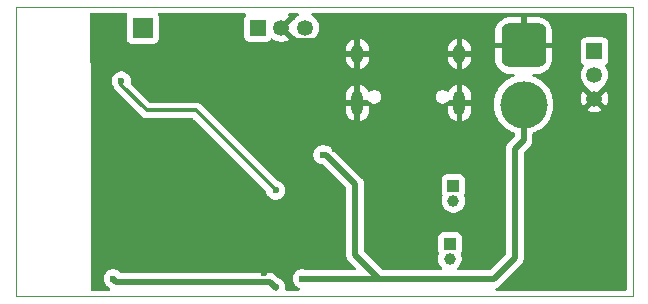
<source format=gbl>
G04 #@! TF.GenerationSoftware,KiCad,Pcbnew,9.0.3*
G04 #@! TF.CreationDate,2025-08-05T23:08:30-05:00*
G04 #@! TF.ProjectId,Battle_Bot_Mind,42617474-6c65-45f4-926f-745f4d696e64,rev?*
G04 #@! TF.SameCoordinates,Original*
G04 #@! TF.FileFunction,Copper,L2,Bot*
G04 #@! TF.FilePolarity,Positive*
%FSLAX46Y46*%
G04 Gerber Fmt 4.6, Leading zero omitted, Abs format (unit mm)*
G04 Created by KiCad (PCBNEW 9.0.3) date 2025-08-05 23:08:30*
%MOMM*%
%LPD*%
G01*
G04 APERTURE LIST*
G04 Aperture macros list*
%AMRoundRect*
0 Rectangle with rounded corners*
0 $1 Rounding radius*
0 $2 $3 $4 $5 $6 $7 $8 $9 X,Y pos of 4 corners*
0 Add a 4 corners polygon primitive as box body*
4,1,4,$2,$3,$4,$5,$6,$7,$8,$9,$2,$3,0*
0 Add four circle primitives for the rounded corners*
1,1,$1+$1,$2,$3*
1,1,$1+$1,$4,$5*
1,1,$1+$1,$6,$7*
1,1,$1+$1,$8,$9*
0 Add four rect primitives between the rounded corners*
20,1,$1+$1,$2,$3,$4,$5,0*
20,1,$1+$1,$4,$5,$6,$7,0*
20,1,$1+$1,$6,$7,$8,$9,0*
20,1,$1+$1,$8,$9,$2,$3,0*%
G04 Aperture macros list end*
G04 #@! TA.AperFunction,ComponentPad*
%ADD10RoundRect,0.760000X-1.140000X1.140000X-1.140000X-1.140000X1.140000X-1.140000X1.140000X1.140000X0*%
G04 #@! TD*
G04 #@! TA.AperFunction,ComponentPad*
%ADD11C,4.000000*%
G04 #@! TD*
G04 #@! TA.AperFunction,HeatsinkPad*
%ADD12C,0.600000*%
G04 #@! TD*
G04 #@! TA.AperFunction,ComponentPad*
%ADD13R,1.700000X1.700000*%
G04 #@! TD*
G04 #@! TA.AperFunction,ComponentPad*
%ADD14R,1.350000X1.350000*%
G04 #@! TD*
G04 #@! TA.AperFunction,ComponentPad*
%ADD15C,1.350000*%
G04 #@! TD*
G04 #@! TA.AperFunction,ComponentPad*
%ADD16R,1.000000X1.000000*%
G04 #@! TD*
G04 #@! TA.AperFunction,ComponentPad*
%ADD17C,1.000000*%
G04 #@! TD*
G04 #@! TA.AperFunction,HeatsinkPad*
%ADD18O,1.000000X2.100000*%
G04 #@! TD*
G04 #@! TA.AperFunction,HeatsinkPad*
%ADD19O,1.000000X1.600000*%
G04 #@! TD*
G04 #@! TA.AperFunction,ViaPad*
%ADD20C,0.600000*%
G04 #@! TD*
G04 #@! TA.AperFunction,Conductor*
%ADD21C,0.500000*%
G04 #@! TD*
G04 #@! TA.AperFunction,Conductor*
%ADD22C,0.300000*%
G04 #@! TD*
G04 #@! TA.AperFunction,Profile*
%ADD23C,0.050000*%
G04 #@! TD*
G04 APERTURE END LIST*
D10*
G04 #@! TO.P,J2,1,Pin_1*
G04 #@! TO.N,GND*
X142750000Y-73750000D03*
D11*
G04 #@! TO.P,J2,2,Pin_2*
G04 #@! TO.N,+BATT*
X142750000Y-78750000D03*
G04 #@! TD*
D12*
G04 #@! TO.P,U1,19,GND*
G04 #@! TO.N,GND*
X112850000Y-84390000D03*
X113950000Y-84390000D03*
X112300000Y-83840000D03*
X113400000Y-83840000D03*
X114500000Y-83840000D03*
X112850000Y-83290000D03*
X113950000Y-83290000D03*
X112300000Y-82740000D03*
X113400000Y-82740000D03*
X114500000Y-82740000D03*
X112850000Y-82190000D03*
X113950000Y-82190000D03*
G04 #@! TD*
D13*
G04 #@! TO.P,J4,1,Pin_1*
G04 #@! TO.N,/BOOT*
X110500000Y-72250000D03*
G04 #@! TD*
D14*
G04 #@! TO.P,DBG1,1,Pin_1*
G04 #@! TO.N,Net-(DBG1-Pin_1)*
X120250000Y-72250000D03*
D15*
G04 #@! TO.P,DBG1,2,Pin_2*
G04 #@! TO.N,GND*
X122250000Y-72250000D03*
G04 #@! TO.P,DBG1,3,Pin_3*
G04 #@! TO.N,Net-(DBG1-Pin_3)*
X124250000Y-72250000D03*
G04 #@! TD*
D16*
G04 #@! TO.P,M2,1,Pin_1*
G04 #@! TO.N,Net-(M2-Pin_1)*
X136500000Y-90550000D03*
D17*
G04 #@! TO.P,M2,2,Pin_2*
G04 #@! TO.N,Net-(M2-Pin_2)*
X136500000Y-91820000D03*
G04 #@! TD*
D18*
G04 #@! TO.P,J1,S1,SHIELD*
G04 #@! TO.N,GND*
X137320000Y-78630000D03*
D19*
X137320000Y-74450000D03*
D18*
X128680000Y-78630000D03*
D19*
X128680000Y-74450000D03*
G04 #@! TD*
D16*
G04 #@! TO.P,M1,1,Pin_1*
G04 #@! TO.N,Net-(M1-Pin_1)*
X136800000Y-85625000D03*
D17*
G04 #@! TO.P,M1,2,Pin_2*
G04 #@! TO.N,Net-(M1-Pin_2)*
X136800000Y-86895000D03*
G04 #@! TD*
D14*
G04 #@! TO.P,J3,1,Pin_1*
G04 #@! TO.N,/ESC_PWM*
X148750000Y-74250000D03*
D15*
G04 #@! TO.P,J3,2,Pin_2*
G04 #@! TO.N,+BATT*
X148750000Y-76250000D03*
G04 #@! TO.P,J3,3,Pin_3*
G04 #@! TO.N,GND*
X148750000Y-78250000D03*
G04 #@! TD*
D20*
G04 #@! TO.N,GND*
X116000000Y-73470000D03*
X129750000Y-80750000D03*
X148750000Y-80250000D03*
X120750000Y-93000000D03*
X136250000Y-80750000D03*
X147250000Y-84250000D03*
X132000000Y-82750000D03*
X134415380Y-81834620D03*
X132750000Y-86750000D03*
X132750000Y-89750000D03*
X145000000Y-93250000D03*
X112500000Y-72750000D03*
X126250000Y-72750000D03*
X149000000Y-93750000D03*
X126750000Y-82500000D03*
G04 #@! TO.N,+3V3*
X121750000Y-94200000D03*
X108000000Y-93500000D03*
G04 #@! TO.N,+BATT*
X125750000Y-83000000D03*
X124000000Y-93499000D03*
G04 #@! TO.N,/PWM_B*
X121750000Y-86000000D03*
X108700000Y-76750000D03*
G04 #@! TD*
D21*
G04 #@! TO.N,GND*
X125624000Y-73376000D02*
X126250000Y-72750000D01*
X122250000Y-72250000D02*
X123376000Y-73376000D01*
X123376000Y-73376000D02*
X125624000Y-73376000D01*
G04 #@! TO.N,+3V3*
X108250000Y-93750000D02*
X108000000Y-93500000D01*
X121749000Y-94249000D02*
X121250000Y-93750000D01*
X121250000Y-93750000D02*
X108250000Y-93750000D01*
G04 #@! TO.N,+BATT*
X128500000Y-85500000D02*
X128500000Y-91500000D01*
X142000000Y-82500000D02*
X142750000Y-81750000D01*
X140202000Y-93548000D02*
X142000000Y-91750000D01*
X130500000Y-93548000D02*
X124049000Y-93548000D01*
X128500000Y-91500000D02*
X130500000Y-93500000D01*
X130500000Y-93548000D02*
X140202000Y-93548000D01*
X124049000Y-93548000D02*
X124000000Y-93499000D01*
X126000000Y-83000000D02*
X128500000Y-85500000D01*
X142000000Y-91750000D02*
X142000000Y-82500000D01*
X130500000Y-93500000D02*
X130500000Y-93548000D01*
X142750000Y-81750000D02*
X142750000Y-78750000D01*
D22*
X142750000Y-80250000D02*
X142750000Y-78750000D01*
D21*
X125750000Y-83000000D02*
X126000000Y-83000000D01*
D22*
G04 #@! TO.N,/PWM_B*
X115001000Y-79251000D02*
X121750000Y-86000000D01*
X108750000Y-76800000D02*
X108700000Y-76750000D01*
X108700000Y-77120654D02*
X108700000Y-76750000D01*
X110830346Y-79251000D02*
X108700000Y-77120654D01*
X115000000Y-79251000D02*
X115001000Y-79251000D01*
X115000000Y-79251000D02*
X110830346Y-79251000D01*
G04 #@! TD*
G04 #@! TA.AperFunction,Conductor*
G04 #@! TO.N,GND*
G36*
X109153270Y-71020185D02*
G01*
X109199025Y-71072989D01*
X109208969Y-71142147D01*
X109202413Y-71167833D01*
X109155908Y-71292517D01*
X109149501Y-71352116D01*
X109149501Y-71352123D01*
X109149500Y-71352135D01*
X109149500Y-73147870D01*
X109149501Y-73147876D01*
X109155908Y-73207483D01*
X109206202Y-73342328D01*
X109206206Y-73342335D01*
X109292452Y-73457544D01*
X109292455Y-73457547D01*
X109407664Y-73543793D01*
X109407671Y-73543797D01*
X109542517Y-73594091D01*
X109542516Y-73594091D01*
X109549444Y-73594835D01*
X109602127Y-73600500D01*
X111397872Y-73600499D01*
X111457483Y-73594091D01*
X111592331Y-73543796D01*
X111707546Y-73457546D01*
X111793796Y-73342331D01*
X111844091Y-73207483D01*
X111850500Y-73147873D01*
X111850499Y-71352128D01*
X111844091Y-71292517D01*
X111826227Y-71244622D01*
X111797587Y-71167833D01*
X111792603Y-71098141D01*
X111826088Y-71036818D01*
X111887411Y-71003334D01*
X111913769Y-71000500D01*
X119135046Y-71000500D01*
X119202085Y-71020185D01*
X119247840Y-71072989D01*
X119257784Y-71142147D01*
X119228759Y-71205703D01*
X119222727Y-71212181D01*
X119217452Y-71217455D01*
X119131206Y-71332664D01*
X119131202Y-71332671D01*
X119080908Y-71467517D01*
X119074501Y-71527116D01*
X119074500Y-71527135D01*
X119074500Y-72972870D01*
X119074501Y-72972876D01*
X119080908Y-73032483D01*
X119131202Y-73167328D01*
X119131206Y-73167335D01*
X119217452Y-73282544D01*
X119217455Y-73282547D01*
X119332664Y-73368793D01*
X119332671Y-73368797D01*
X119467517Y-73419091D01*
X119467516Y-73419091D01*
X119474444Y-73419835D01*
X119527127Y-73425500D01*
X120972872Y-73425499D01*
X121032483Y-73419091D01*
X121167331Y-73368796D01*
X121282546Y-73282546D01*
X121346541Y-73197059D01*
X121402473Y-73155190D01*
X121472165Y-73150206D01*
X121518691Y-73171054D01*
X121634161Y-73254947D01*
X121798956Y-73338915D01*
X121798959Y-73338916D01*
X121974852Y-73396066D01*
X122157527Y-73425000D01*
X122342473Y-73425000D01*
X122525147Y-73396066D01*
X122701040Y-73338916D01*
X122701043Y-73338915D01*
X122865836Y-73254947D01*
X122865845Y-73254942D01*
X122886430Y-73239984D01*
X122886430Y-73239983D01*
X122296447Y-72650000D01*
X122302661Y-72650000D01*
X122404394Y-72622741D01*
X122495606Y-72570080D01*
X122570080Y-72495606D01*
X122622741Y-72404394D01*
X122650000Y-72302661D01*
X122650000Y-72296448D01*
X123264238Y-72910686D01*
X123299162Y-72941165D01*
X123322202Y-72972876D01*
X123353379Y-73015787D01*
X123484213Y-73146621D01*
X123633904Y-73255378D01*
X123687224Y-73282546D01*
X123798764Y-73339379D01*
X123798767Y-73339380D01*
X123886750Y-73367967D01*
X123974736Y-73396555D01*
X124157486Y-73425500D01*
X124157487Y-73425500D01*
X124342513Y-73425500D01*
X124342514Y-73425500D01*
X124525264Y-73396555D01*
X124701235Y-73339379D01*
X124866096Y-73255378D01*
X125015787Y-73146621D01*
X125146621Y-73015787D01*
X125255378Y-72866096D01*
X125339379Y-72701235D01*
X125396555Y-72525264D01*
X125401253Y-72495606D01*
X125425500Y-72342513D01*
X125425500Y-72157486D01*
X125396555Y-71974736D01*
X125339379Y-71798765D01*
X125339379Y-71798764D01*
X125296577Y-71714763D01*
X125255378Y-71633904D01*
X125146621Y-71484213D01*
X125015787Y-71353379D01*
X124866096Y-71244622D01*
X124847181Y-71234984D01*
X124796386Y-71187011D01*
X124779591Y-71119190D01*
X124802128Y-71053055D01*
X124856843Y-71009603D01*
X124903477Y-71000500D01*
X151375500Y-71000500D01*
X151442539Y-71020185D01*
X151488294Y-71072989D01*
X151499500Y-71124500D01*
X151499500Y-94375500D01*
X151479815Y-94442539D01*
X151427011Y-94488294D01*
X151375500Y-94499500D01*
X140489415Y-94499500D01*
X140422376Y-94479815D01*
X140376621Y-94427011D01*
X140366677Y-94357853D01*
X140395702Y-94294297D01*
X140441963Y-94260939D01*
X140477855Y-94246072D01*
X140557495Y-94213084D01*
X140614368Y-94175083D01*
X140680416Y-94130952D01*
X142582952Y-92228416D01*
X142632186Y-92154729D01*
X142665084Y-92105495D01*
X142721658Y-91968913D01*
X142750500Y-91823918D01*
X142750500Y-82862229D01*
X142770185Y-82795190D01*
X142786819Y-82774548D01*
X143332948Y-82228419D01*
X143332951Y-82228416D01*
X143415084Y-82105495D01*
X143471658Y-81968913D01*
X143500500Y-81823918D01*
X143500500Y-81676083D01*
X143500500Y-81224533D01*
X143520185Y-81157494D01*
X143572989Y-81111739D01*
X143583526Y-81107498D01*
X143708408Y-81063801D01*
X143961445Y-80941945D01*
X144199248Y-80792523D01*
X144418825Y-80617416D01*
X144617416Y-80418825D01*
X144792523Y-80199248D01*
X144941945Y-79961445D01*
X145063801Y-79708408D01*
X145156560Y-79443318D01*
X145219055Y-79169509D01*
X145250500Y-78890425D01*
X145250500Y-78609575D01*
X145232900Y-78453366D01*
X145219057Y-78330505D01*
X145219054Y-78330487D01*
X145184763Y-78180246D01*
X145156559Y-78056678D01*
X145156556Y-78056670D01*
X145127926Y-77974852D01*
X145063801Y-77791592D01*
X144941945Y-77538555D01*
X144792523Y-77300752D01*
X144617416Y-77081175D01*
X144418825Y-76882584D01*
X144199248Y-76707477D01*
X143961445Y-76558055D01*
X143961442Y-76558053D01*
X143708411Y-76436200D01*
X143579355Y-76391041D01*
X143522579Y-76350319D01*
X143496832Y-76285367D01*
X143510288Y-76216805D01*
X143558676Y-76166402D01*
X143620310Y-76150000D01*
X143954706Y-76150000D01*
X143954719Y-76149999D01*
X144087906Y-76139517D01*
X144087912Y-76139516D01*
X144307829Y-76084101D01*
X144307832Y-76084100D01*
X144514330Y-75990304D01*
X144514336Y-75990301D01*
X144700758Y-75861148D01*
X144700770Y-75861138D01*
X144861138Y-75700770D01*
X144861148Y-75700758D01*
X144990301Y-75514336D01*
X144990304Y-75514330D01*
X145084100Y-75307832D01*
X145084101Y-75307829D01*
X145139516Y-75087912D01*
X145139517Y-75087906D01*
X145149999Y-74954719D01*
X145150000Y-74954706D01*
X145150000Y-74000000D01*
X144077231Y-74000000D01*
X144100000Y-73856247D01*
X144100000Y-73643753D01*
X144081529Y-73527135D01*
X147574500Y-73527135D01*
X147574500Y-74972870D01*
X147574501Y-74972876D01*
X147580908Y-75032483D01*
X147631202Y-75167328D01*
X147631206Y-75167335D01*
X147717452Y-75282544D01*
X147717453Y-75282544D01*
X147717454Y-75282546D01*
X147751228Y-75307829D01*
X147802539Y-75346241D01*
X147844409Y-75402175D01*
X147849393Y-75471867D01*
X147828545Y-75518392D01*
X147744624Y-75633900D01*
X147660620Y-75798764D01*
X147660619Y-75798767D01*
X147603445Y-75974734D01*
X147586123Y-76084100D01*
X147574500Y-76157486D01*
X147574500Y-76342514D01*
X147578984Y-76370827D01*
X147603445Y-76525265D01*
X147660619Y-76701232D01*
X147660620Y-76701235D01*
X147663801Y-76707477D01*
X147744622Y-76866096D01*
X147853379Y-77015787D01*
X147984213Y-77146621D01*
X147984216Y-77146623D01*
X148058831Y-77200834D01*
X148073806Y-77220254D01*
X148703554Y-77850000D01*
X148697339Y-77850000D01*
X148595606Y-77877259D01*
X148504394Y-77929920D01*
X148429920Y-78004394D01*
X148377259Y-78095606D01*
X148350000Y-78197339D01*
X148350000Y-78203553D01*
X147760015Y-77613568D01*
X147745049Y-77634167D01*
X147661084Y-77798956D01*
X147661083Y-77798959D01*
X147603933Y-77974852D01*
X147575000Y-78157526D01*
X147575000Y-78342473D01*
X147603933Y-78525147D01*
X147661083Y-78701040D01*
X147661084Y-78701043D01*
X147745050Y-78865834D01*
X147760015Y-78886430D01*
X147760016Y-78886431D01*
X148350000Y-78296447D01*
X148350000Y-78302661D01*
X148377259Y-78404394D01*
X148429920Y-78495606D01*
X148504394Y-78570080D01*
X148595606Y-78622741D01*
X148697339Y-78650000D01*
X148703553Y-78650000D01*
X148113568Y-79239983D01*
X148113568Y-79239984D01*
X148134165Y-79254949D01*
X148298956Y-79338915D01*
X148298959Y-79338916D01*
X148474852Y-79396066D01*
X148657527Y-79425000D01*
X148842473Y-79425000D01*
X149025147Y-79396066D01*
X149201040Y-79338916D01*
X149201043Y-79338915D01*
X149365836Y-79254947D01*
X149365845Y-79254942D01*
X149386430Y-79239984D01*
X149386431Y-79239983D01*
X148796448Y-78650000D01*
X148802661Y-78650000D01*
X148904394Y-78622741D01*
X148995606Y-78570080D01*
X149070080Y-78495606D01*
X149122741Y-78404394D01*
X149150000Y-78302661D01*
X149150000Y-78296447D01*
X149739983Y-78886430D01*
X149739984Y-78886430D01*
X149754942Y-78865845D01*
X149754947Y-78865836D01*
X149838915Y-78701043D01*
X149838916Y-78701040D01*
X149896066Y-78525147D01*
X149925000Y-78342473D01*
X149925000Y-78157526D01*
X149896066Y-77974852D01*
X149838916Y-77798959D01*
X149838915Y-77798956D01*
X149754949Y-77634165D01*
X149739983Y-77613568D01*
X149150000Y-78203551D01*
X149150000Y-78197339D01*
X149122741Y-78095606D01*
X149070080Y-78004394D01*
X148995606Y-77929920D01*
X148904394Y-77877259D01*
X148802661Y-77850000D01*
X148796447Y-77850000D01*
X149410675Y-77235771D01*
X149441165Y-77200836D01*
X149515787Y-77146621D01*
X149646621Y-77015787D01*
X149755378Y-76866096D01*
X149839379Y-76701235D01*
X149896555Y-76525264D01*
X149925500Y-76342514D01*
X149925500Y-76157486D01*
X149896555Y-75974736D01*
X149839379Y-75798765D01*
X149839379Y-75798764D01*
X149789442Y-75700758D01*
X149755378Y-75633904D01*
X149671453Y-75518392D01*
X149647974Y-75452586D01*
X149663799Y-75384532D01*
X149697459Y-75346241D01*
X149782546Y-75282546D01*
X149868796Y-75167331D01*
X149919091Y-75032483D01*
X149925500Y-74972873D01*
X149925499Y-73527128D01*
X149919091Y-73467517D01*
X149915372Y-73457547D01*
X149868797Y-73332671D01*
X149868793Y-73332664D01*
X149782547Y-73217455D01*
X149782544Y-73217452D01*
X149667335Y-73131206D01*
X149667328Y-73131202D01*
X149532482Y-73080908D01*
X149532483Y-73080908D01*
X149472883Y-73074501D01*
X149472881Y-73074500D01*
X149472873Y-73074500D01*
X149472864Y-73074500D01*
X148027129Y-73074500D01*
X148027123Y-73074501D01*
X147967516Y-73080908D01*
X147832671Y-73131202D01*
X147832664Y-73131206D01*
X147717455Y-73217452D01*
X147717452Y-73217455D01*
X147631206Y-73332664D01*
X147631202Y-73332671D01*
X147580908Y-73467517D01*
X147574501Y-73527116D01*
X147574501Y-73527123D01*
X147574500Y-73527135D01*
X144081529Y-73527135D01*
X144077231Y-73500000D01*
X145150000Y-73500000D01*
X145150000Y-72545293D01*
X145149999Y-72545280D01*
X145139517Y-72412093D01*
X145139516Y-72412087D01*
X145084101Y-72192170D01*
X145084100Y-72192167D01*
X144990304Y-71985669D01*
X144990301Y-71985663D01*
X144861148Y-71799241D01*
X144861138Y-71799229D01*
X144700770Y-71638861D01*
X144700758Y-71638851D01*
X144514336Y-71509698D01*
X144514330Y-71509695D01*
X144307832Y-71415899D01*
X144307829Y-71415898D01*
X144087912Y-71360483D01*
X144087906Y-71360482D01*
X143954719Y-71350000D01*
X143000000Y-71350000D01*
X143000000Y-72422768D01*
X142856247Y-72400000D01*
X142643753Y-72400000D01*
X142500000Y-72422768D01*
X142500000Y-71350000D01*
X141545280Y-71350000D01*
X141412093Y-71360482D01*
X141412087Y-71360483D01*
X141192170Y-71415898D01*
X141192167Y-71415899D01*
X140985669Y-71509695D01*
X140985663Y-71509698D01*
X140799241Y-71638851D01*
X140799229Y-71638861D01*
X140638861Y-71799229D01*
X140638851Y-71799241D01*
X140509698Y-71985663D01*
X140509695Y-71985669D01*
X140415899Y-72192167D01*
X140415898Y-72192170D01*
X140360483Y-72412087D01*
X140360482Y-72412093D01*
X140350000Y-72545280D01*
X140350000Y-73500000D01*
X141422769Y-73500000D01*
X141400000Y-73643753D01*
X141400000Y-73856247D01*
X141422769Y-74000000D01*
X140350000Y-74000000D01*
X140350000Y-74954719D01*
X140360482Y-75087906D01*
X140360483Y-75087912D01*
X140415898Y-75307829D01*
X140415899Y-75307832D01*
X140509695Y-75514330D01*
X140509698Y-75514336D01*
X140638851Y-75700758D01*
X140638861Y-75700770D01*
X140799229Y-75861138D01*
X140799241Y-75861148D01*
X140985663Y-75990301D01*
X140985669Y-75990304D01*
X141192167Y-76084100D01*
X141192170Y-76084101D01*
X141412087Y-76139516D01*
X141412093Y-76139517D01*
X141545280Y-76149999D01*
X141545294Y-76150000D01*
X141879690Y-76150000D01*
X141946729Y-76169685D01*
X141992484Y-76222489D01*
X142002428Y-76291647D01*
X141973403Y-76355203D01*
X141920645Y-76391041D01*
X141791588Y-76436200D01*
X141538557Y-76558053D01*
X141300753Y-76707476D01*
X141081175Y-76882583D01*
X140882583Y-77081175D01*
X140707477Y-77300752D01*
X140558053Y-77538557D01*
X140436200Y-77791588D01*
X140343443Y-78056670D01*
X140343439Y-78056682D01*
X140280945Y-78330487D01*
X140280942Y-78330505D01*
X140249500Y-78609568D01*
X140249500Y-78890431D01*
X140280942Y-79169494D01*
X140280945Y-79169512D01*
X140343439Y-79443317D01*
X140343443Y-79443329D01*
X140436200Y-79708411D01*
X140558053Y-79961442D01*
X140558055Y-79961445D01*
X140707477Y-80199248D01*
X140882584Y-80418825D01*
X141081175Y-80617416D01*
X141300752Y-80792523D01*
X141538555Y-80941945D01*
X141538557Y-80941946D01*
X141791583Y-81063797D01*
X141791585Y-81063797D01*
X141791592Y-81063801D01*
X141916456Y-81107492D01*
X141935444Y-81121111D01*
X141956703Y-81130820D01*
X141963305Y-81141094D01*
X141973231Y-81148213D01*
X141981843Y-81169939D01*
X141994477Y-81189598D01*
X141997232Y-81208762D01*
X141998978Y-81213166D01*
X141999500Y-81224533D01*
X141999500Y-81387769D01*
X141979815Y-81454808D01*
X141963181Y-81475450D01*
X141417050Y-82021580D01*
X141417044Y-82021588D01*
X141367812Y-82095268D01*
X141367813Y-82095269D01*
X141334921Y-82144496D01*
X141334914Y-82144508D01*
X141278342Y-82281086D01*
X141278340Y-82281092D01*
X141249500Y-82426079D01*
X141249500Y-91387770D01*
X141229815Y-91454809D01*
X141213181Y-91475451D01*
X139927451Y-92761181D01*
X139866128Y-92794666D01*
X139839770Y-92797500D01*
X137236784Y-92797500D01*
X137169745Y-92777815D01*
X137123990Y-92725011D01*
X137114046Y-92655853D01*
X137143071Y-92592297D01*
X137149103Y-92585819D01*
X137277136Y-92457785D01*
X137277139Y-92457782D01*
X137386632Y-92293914D01*
X137462051Y-92111835D01*
X137488590Y-91978416D01*
X137500500Y-91918543D01*
X137500500Y-91721456D01*
X137462052Y-91528170D01*
X137462051Y-91528169D01*
X137462051Y-91528165D01*
X137419680Y-91425873D01*
X137412212Y-91356407D01*
X137434977Y-91304111D01*
X137443796Y-91292331D01*
X137494091Y-91157483D01*
X137500500Y-91097873D01*
X137500499Y-90002128D01*
X137494091Y-89942517D01*
X137443796Y-89807669D01*
X137443795Y-89807668D01*
X137443793Y-89807664D01*
X137357547Y-89692455D01*
X137357544Y-89692452D01*
X137242335Y-89606206D01*
X137242328Y-89606202D01*
X137107482Y-89555908D01*
X137107483Y-89555908D01*
X137047883Y-89549501D01*
X137047881Y-89549500D01*
X137047873Y-89549500D01*
X137047864Y-89549500D01*
X135952129Y-89549500D01*
X135952123Y-89549501D01*
X135892516Y-89555908D01*
X135757671Y-89606202D01*
X135757664Y-89606206D01*
X135642455Y-89692452D01*
X135642452Y-89692455D01*
X135556206Y-89807664D01*
X135556202Y-89807671D01*
X135505908Y-89942517D01*
X135499501Y-90002116D01*
X135499501Y-90002123D01*
X135499500Y-90002135D01*
X135499500Y-91097870D01*
X135499501Y-91097876D01*
X135505908Y-91157483D01*
X135556202Y-91292328D01*
X135556206Y-91292335D01*
X135565023Y-91304113D01*
X135589440Y-91369578D01*
X135580318Y-91425874D01*
X135574827Y-91439132D01*
X135537950Y-91528164D01*
X135537948Y-91528168D01*
X135537947Y-91528171D01*
X135499500Y-91721456D01*
X135499500Y-91721459D01*
X135499500Y-91918541D01*
X135499500Y-91918543D01*
X135499499Y-91918543D01*
X135537947Y-92111829D01*
X135537950Y-92111839D01*
X135613364Y-92293907D01*
X135613371Y-92293920D01*
X135722860Y-92457781D01*
X135722863Y-92457785D01*
X135850897Y-92585819D01*
X135884382Y-92647142D01*
X135879398Y-92716834D01*
X135837526Y-92772767D01*
X135772062Y-92797184D01*
X135763216Y-92797500D01*
X130910229Y-92797500D01*
X130843190Y-92777815D01*
X130822548Y-92761181D01*
X129286819Y-91225451D01*
X129253334Y-91164128D01*
X129250500Y-91137770D01*
X129250500Y-86993543D01*
X135799499Y-86993543D01*
X135837947Y-87186829D01*
X135837950Y-87186839D01*
X135913364Y-87368907D01*
X135913371Y-87368920D01*
X136022860Y-87532781D01*
X136022863Y-87532785D01*
X136162214Y-87672136D01*
X136162218Y-87672139D01*
X136326079Y-87781628D01*
X136326092Y-87781635D01*
X136508160Y-87857049D01*
X136508165Y-87857051D01*
X136508169Y-87857051D01*
X136508170Y-87857052D01*
X136701456Y-87895500D01*
X136701459Y-87895500D01*
X136898543Y-87895500D01*
X137028582Y-87869632D01*
X137091835Y-87857051D01*
X137273914Y-87781632D01*
X137437782Y-87672139D01*
X137577139Y-87532782D01*
X137686632Y-87368914D01*
X137762051Y-87186835D01*
X137800500Y-86993541D01*
X137800500Y-86796459D01*
X137800500Y-86796456D01*
X137762052Y-86603170D01*
X137762051Y-86603169D01*
X137762051Y-86603165D01*
X137719680Y-86500873D01*
X137712212Y-86431407D01*
X137734977Y-86379111D01*
X137743796Y-86367331D01*
X137794091Y-86232483D01*
X137800500Y-86172873D01*
X137800499Y-85077128D01*
X137794091Y-85017517D01*
X137743796Y-84882669D01*
X137743795Y-84882668D01*
X137743793Y-84882664D01*
X137657547Y-84767455D01*
X137657544Y-84767452D01*
X137542335Y-84681206D01*
X137542328Y-84681202D01*
X137407482Y-84630908D01*
X137407483Y-84630908D01*
X137347883Y-84624501D01*
X137347881Y-84624500D01*
X137347873Y-84624500D01*
X137347864Y-84624500D01*
X136252129Y-84624500D01*
X136252123Y-84624501D01*
X136192516Y-84630908D01*
X136057671Y-84681202D01*
X136057664Y-84681206D01*
X135942455Y-84767452D01*
X135942452Y-84767455D01*
X135856206Y-84882664D01*
X135856202Y-84882671D01*
X135805908Y-85017517D01*
X135799501Y-85077116D01*
X135799500Y-85077127D01*
X135799500Y-86172870D01*
X135799501Y-86172876D01*
X135805908Y-86232483D01*
X135856202Y-86367328D01*
X135856206Y-86367335D01*
X135865023Y-86379113D01*
X135889440Y-86444578D01*
X135880318Y-86500874D01*
X135876417Y-86510292D01*
X135837950Y-86603164D01*
X135837948Y-86603168D01*
X135837947Y-86603171D01*
X135799500Y-86796456D01*
X135799500Y-86796459D01*
X135799500Y-86993541D01*
X135799500Y-86993543D01*
X135799499Y-86993543D01*
X129250500Y-86993543D01*
X129250500Y-85426079D01*
X129221659Y-85281092D01*
X129221658Y-85281091D01*
X129221658Y-85281087D01*
X129221656Y-85281082D01*
X129165086Y-85144508D01*
X129163875Y-85142696D01*
X129120064Y-85077127D01*
X129120064Y-85077126D01*
X129082950Y-85021581D01*
X126478421Y-82417052D01*
X126478414Y-82417046D01*
X126404729Y-82367812D01*
X126404729Y-82367813D01*
X126355491Y-82334913D01*
X126218917Y-82278343D01*
X126218907Y-82278340D01*
X126073920Y-82249500D01*
X126073918Y-82249500D01*
X126054604Y-82249500D01*
X126007155Y-82240062D01*
X125983497Y-82230263D01*
X125983493Y-82230262D01*
X125983488Y-82230260D01*
X125828845Y-82199500D01*
X125828842Y-82199500D01*
X125671158Y-82199500D01*
X125671155Y-82199500D01*
X125516510Y-82230261D01*
X125516498Y-82230264D01*
X125370827Y-82290602D01*
X125370814Y-82290609D01*
X125239711Y-82378210D01*
X125239707Y-82378213D01*
X125128213Y-82489707D01*
X125128210Y-82489711D01*
X125040609Y-82620814D01*
X125040602Y-82620827D01*
X124980264Y-82766498D01*
X124980261Y-82766510D01*
X124949500Y-82921153D01*
X124949500Y-83078846D01*
X124980261Y-83233489D01*
X124980264Y-83233501D01*
X125040602Y-83379172D01*
X125040609Y-83379185D01*
X125128210Y-83510288D01*
X125128213Y-83510292D01*
X125239707Y-83621786D01*
X125239711Y-83621789D01*
X125370814Y-83709390D01*
X125370827Y-83709397D01*
X125516498Y-83769735D01*
X125516503Y-83769737D01*
X125671153Y-83800499D01*
X125671156Y-83800500D01*
X125671158Y-83800500D01*
X125687770Y-83800500D01*
X125754809Y-83820185D01*
X125775451Y-83836819D01*
X127713181Y-85774549D01*
X127746666Y-85835872D01*
X127749500Y-85862230D01*
X127749500Y-91573918D01*
X127749500Y-91573920D01*
X127749499Y-91573920D01*
X127778340Y-91718907D01*
X127778343Y-91718917D01*
X127821836Y-91823918D01*
X127834916Y-91855495D01*
X127865525Y-91901305D01*
X127865524Y-91901305D01*
X127917046Y-91978414D01*
X127917052Y-91978421D01*
X128524451Y-92585819D01*
X128557936Y-92647142D01*
X128552952Y-92716833D01*
X128511081Y-92772767D01*
X128445616Y-92797184D01*
X128436770Y-92797500D01*
X124422902Y-92797500D01*
X124375450Y-92788061D01*
X124233501Y-92729264D01*
X124233489Y-92729261D01*
X124078845Y-92698500D01*
X124078842Y-92698500D01*
X123921158Y-92698500D01*
X123921155Y-92698500D01*
X123766510Y-92729261D01*
X123766498Y-92729264D01*
X123620827Y-92789602D01*
X123620814Y-92789609D01*
X123489711Y-92877210D01*
X123489707Y-92877213D01*
X123378213Y-92988707D01*
X123378210Y-92988711D01*
X123290609Y-93119814D01*
X123290602Y-93119827D01*
X123230264Y-93265498D01*
X123230261Y-93265510D01*
X123199500Y-93420153D01*
X123199500Y-93577846D01*
X123230261Y-93732489D01*
X123230264Y-93732501D01*
X123290602Y-93878172D01*
X123290609Y-93878185D01*
X123378210Y-94009288D01*
X123378213Y-94009292D01*
X123489707Y-94120786D01*
X123489711Y-94120789D01*
X123620814Y-94208390D01*
X123620827Y-94208397D01*
X123747676Y-94260939D01*
X123802080Y-94304780D01*
X123824145Y-94371074D01*
X123806866Y-94438773D01*
X123755729Y-94486384D01*
X123700224Y-94499500D01*
X122657703Y-94499500D01*
X122590664Y-94479815D01*
X122544909Y-94427011D01*
X122534965Y-94357853D01*
X122536086Y-94351309D01*
X122550499Y-94278846D01*
X122550500Y-94278844D01*
X122550500Y-94121155D01*
X122550499Y-94121153D01*
X122528447Y-94010292D01*
X122519737Y-93966503D01*
X122483569Y-93879185D01*
X122459397Y-93820827D01*
X122459390Y-93820814D01*
X122371789Y-93689711D01*
X122371786Y-93689707D01*
X122260292Y-93578213D01*
X122260288Y-93578210D01*
X122129185Y-93490609D01*
X122129176Y-93490604D01*
X122020168Y-93445452D01*
X121979940Y-93418572D01*
X121728421Y-93167052D01*
X121728414Y-93167046D01*
X121654729Y-93117812D01*
X121654729Y-93117813D01*
X121605491Y-93084913D01*
X121468917Y-93028343D01*
X121468907Y-93028340D01*
X121323920Y-92999500D01*
X121323918Y-92999500D01*
X108682940Y-92999500D01*
X108615901Y-92979815D01*
X108595263Y-92963185D01*
X108510289Y-92878211D01*
X108510288Y-92878210D01*
X108510287Y-92878209D01*
X108379185Y-92790609D01*
X108379172Y-92790602D01*
X108233501Y-92730264D01*
X108233489Y-92730261D01*
X108078845Y-92699500D01*
X108078842Y-92699500D01*
X107921158Y-92699500D01*
X107921155Y-92699500D01*
X107766510Y-92730261D01*
X107766498Y-92730264D01*
X107620827Y-92790602D01*
X107620814Y-92790609D01*
X107489711Y-92878210D01*
X107489707Y-92878213D01*
X107378213Y-92989707D01*
X107378210Y-92989711D01*
X107290609Y-93120814D01*
X107290602Y-93120827D01*
X107230264Y-93266498D01*
X107230261Y-93266510D01*
X107199500Y-93421153D01*
X107199500Y-93578846D01*
X107230261Y-93733489D01*
X107230264Y-93733501D01*
X107290602Y-93879172D01*
X107290609Y-93879185D01*
X107378210Y-94010288D01*
X107378213Y-94010292D01*
X107489707Y-94121786D01*
X107489711Y-94121789D01*
X107620817Y-94209392D01*
X107620819Y-94209393D01*
X107620821Y-94209394D01*
X107644476Y-94219192D01*
X107651408Y-94223824D01*
X107656450Y-94224921D01*
X107684704Y-94246072D01*
X107726451Y-94287819D01*
X107759936Y-94349142D01*
X107754952Y-94418834D01*
X107713080Y-94474767D01*
X107647616Y-94499184D01*
X107638770Y-94499500D01*
X106221503Y-94499500D01*
X106154464Y-94479815D01*
X106108709Y-94427011D01*
X106097504Y-94375996D01*
X106096834Y-94208397D01*
X106093234Y-93308622D01*
X106100000Y-93285235D01*
X106100000Y-76671153D01*
X107899500Y-76671153D01*
X107899500Y-76828846D01*
X107930261Y-76983489D01*
X107930264Y-76983501D01*
X107990604Y-77129177D01*
X107990606Y-77129181D01*
X108045028Y-77210629D01*
X108063543Y-77255325D01*
X108072579Y-77300749D01*
X108074498Y-77310396D01*
X108074499Y-77310399D01*
X108123533Y-77428779D01*
X108132726Y-77442537D01*
X108187491Y-77524500D01*
X108194726Y-77535327D01*
X108194727Y-77535328D01*
X110325070Y-79665669D01*
X110415677Y-79756276D01*
X110415678Y-79756277D01*
X110522212Y-79827461D01*
X110522218Y-79827464D01*
X110522219Y-79827465D01*
X110640602Y-79876501D01*
X110640606Y-79876501D01*
X110640607Y-79876502D01*
X110766274Y-79901500D01*
X110766277Y-79901500D01*
X114680192Y-79901500D01*
X114747231Y-79921185D01*
X114767873Y-79937819D01*
X120932984Y-86102930D01*
X120966469Y-86164253D01*
X120966920Y-86166420D01*
X120980261Y-86233489D01*
X120980264Y-86233501D01*
X121040602Y-86379172D01*
X121040609Y-86379185D01*
X121128210Y-86510288D01*
X121128213Y-86510292D01*
X121239707Y-86621786D01*
X121239711Y-86621789D01*
X121370814Y-86709390D01*
X121370827Y-86709397D01*
X121516498Y-86769735D01*
X121516503Y-86769737D01*
X121650828Y-86796456D01*
X121671153Y-86800499D01*
X121671156Y-86800500D01*
X121671158Y-86800500D01*
X121828844Y-86800500D01*
X121828845Y-86800499D01*
X121983497Y-86769737D01*
X122129179Y-86709394D01*
X122260289Y-86621789D01*
X122371789Y-86510289D01*
X122459394Y-86379179D01*
X122519737Y-86233497D01*
X122550500Y-86078842D01*
X122550500Y-85921158D01*
X122550500Y-85921155D01*
X122550499Y-85921153D01*
X122519738Y-85766510D01*
X122519737Y-85766503D01*
X122519735Y-85766498D01*
X122459397Y-85620827D01*
X122459390Y-85620814D01*
X122371789Y-85489711D01*
X122371786Y-85489707D01*
X122260292Y-85378213D01*
X122260288Y-85378210D01*
X122129185Y-85290609D01*
X122129172Y-85290602D01*
X121983501Y-85230264D01*
X121983489Y-85230261D01*
X121916420Y-85216920D01*
X121854509Y-85184535D01*
X121852930Y-85182984D01*
X115586266Y-78916319D01*
X115415673Y-78745726D01*
X115415669Y-78745723D01*
X115309127Y-78674535D01*
X115249894Y-78650000D01*
X115190744Y-78625499D01*
X115190738Y-78625497D01*
X115065071Y-78600500D01*
X115065069Y-78600500D01*
X115064069Y-78600500D01*
X111151153Y-78600500D01*
X111084114Y-78580815D01*
X111063472Y-78564181D01*
X110562389Y-78063098D01*
X110480795Y-77981504D01*
X127680000Y-77981504D01*
X127680000Y-78380000D01*
X128380000Y-78380000D01*
X128380000Y-78880000D01*
X127680000Y-78880000D01*
X127680000Y-79278495D01*
X127718427Y-79471681D01*
X127718430Y-79471693D01*
X127793807Y-79653671D01*
X127793814Y-79653684D01*
X127903248Y-79817462D01*
X127903251Y-79817466D01*
X128042533Y-79956748D01*
X128042537Y-79956751D01*
X128206315Y-80066185D01*
X128206328Y-80066192D01*
X128388308Y-80141569D01*
X128430000Y-80149862D01*
X128430000Y-79346988D01*
X128439940Y-79364205D01*
X128495795Y-79420060D01*
X128564204Y-79459556D01*
X128640504Y-79480000D01*
X128719496Y-79480000D01*
X128795796Y-79459556D01*
X128864205Y-79420060D01*
X128920060Y-79364205D01*
X128930000Y-79346988D01*
X128930000Y-80149862D01*
X128971690Y-80141569D01*
X128971692Y-80141569D01*
X129153671Y-80066192D01*
X129153684Y-80066185D01*
X129317462Y-79956751D01*
X129317466Y-79956748D01*
X129456748Y-79817466D01*
X129456751Y-79817462D01*
X129566185Y-79653684D01*
X129566192Y-79653671D01*
X129641569Y-79471693D01*
X129641572Y-79471681D01*
X129679999Y-79278495D01*
X129680000Y-79278492D01*
X129680000Y-78880000D01*
X128980000Y-78880000D01*
X128980000Y-78380000D01*
X129535536Y-78380000D01*
X129602575Y-78399685D01*
X129642923Y-78442000D01*
X129649482Y-78453361D01*
X129649484Y-78453364D01*
X129649485Y-78453365D01*
X129756635Y-78560515D01*
X129887865Y-78636281D01*
X130034234Y-78675500D01*
X130034236Y-78675500D01*
X130185764Y-78675500D01*
X130185766Y-78675500D01*
X130332135Y-78636281D01*
X130463365Y-78560515D01*
X130570515Y-78453365D01*
X130646281Y-78322135D01*
X130685500Y-78175766D01*
X130685500Y-78024234D01*
X135314500Y-78024234D01*
X135314500Y-78175766D01*
X135334109Y-78248950D01*
X135353719Y-78322136D01*
X135391602Y-78387750D01*
X135429485Y-78453365D01*
X135536635Y-78560515D01*
X135667865Y-78636281D01*
X135814234Y-78675500D01*
X135814236Y-78675500D01*
X135965764Y-78675500D01*
X135965766Y-78675500D01*
X136112135Y-78636281D01*
X136243365Y-78560515D01*
X136350515Y-78453365D01*
X136357077Y-78442000D01*
X136407644Y-78393784D01*
X136464464Y-78380000D01*
X137020000Y-78380000D01*
X137020000Y-78880000D01*
X136320000Y-78880000D01*
X136320000Y-79278495D01*
X136358427Y-79471681D01*
X136358430Y-79471693D01*
X136433807Y-79653671D01*
X136433814Y-79653684D01*
X136543248Y-79817462D01*
X136543251Y-79817466D01*
X136682533Y-79956748D01*
X136682537Y-79956751D01*
X136846315Y-80066185D01*
X136846328Y-80066192D01*
X137028308Y-80141569D01*
X137070000Y-80149862D01*
X137070000Y-79346988D01*
X137079940Y-79364205D01*
X137135795Y-79420060D01*
X137204204Y-79459556D01*
X137280504Y-79480000D01*
X137359496Y-79480000D01*
X137435796Y-79459556D01*
X137504205Y-79420060D01*
X137560060Y-79364205D01*
X137570000Y-79346988D01*
X137570000Y-80149862D01*
X137611690Y-80141569D01*
X137611692Y-80141569D01*
X137793671Y-80066192D01*
X137793684Y-80066185D01*
X137957462Y-79956751D01*
X137957466Y-79956748D01*
X138096748Y-79817466D01*
X138096751Y-79817462D01*
X138206185Y-79653684D01*
X138206192Y-79653671D01*
X138281569Y-79471693D01*
X138281572Y-79471681D01*
X138319999Y-79278495D01*
X138320000Y-79278492D01*
X138320000Y-78880000D01*
X137620000Y-78880000D01*
X137620000Y-78380000D01*
X138320000Y-78380000D01*
X138320000Y-77981508D01*
X138319999Y-77981504D01*
X138281572Y-77788318D01*
X138281569Y-77788306D01*
X138206192Y-77606328D01*
X138206185Y-77606315D01*
X138096751Y-77442537D01*
X138096748Y-77442533D01*
X137957466Y-77303251D01*
X137957462Y-77303248D01*
X137793684Y-77193814D01*
X137793671Y-77193807D01*
X137611691Y-77118429D01*
X137611683Y-77118427D01*
X137570000Y-77110135D01*
X137570000Y-77913011D01*
X137560060Y-77895795D01*
X137504205Y-77839940D01*
X137435796Y-77800444D01*
X137359496Y-77780000D01*
X137280504Y-77780000D01*
X137204204Y-77800444D01*
X137135795Y-77839940D01*
X137079940Y-77895795D01*
X137070000Y-77913011D01*
X137070000Y-77110136D01*
X137069999Y-77110135D01*
X137028316Y-77118427D01*
X137028308Y-77118429D01*
X136846328Y-77193807D01*
X136846315Y-77193814D01*
X136682537Y-77303248D01*
X136682533Y-77303251D01*
X136543248Y-77442536D01*
X136430427Y-77611387D01*
X136429003Y-77610435D01*
X136385742Y-77654451D01*
X136317600Y-77669892D01*
X136251927Y-77646041D01*
X136249907Y-77644306D01*
X136249811Y-77644432D01*
X136243367Y-77639487D01*
X136243365Y-77639485D01*
X136177750Y-77601602D01*
X136112136Y-77563719D01*
X136018228Y-77538557D01*
X135965766Y-77524500D01*
X135814234Y-77524500D01*
X135667863Y-77563719D01*
X135536635Y-77639485D01*
X135536632Y-77639487D01*
X135429487Y-77746632D01*
X135429485Y-77746635D01*
X135353719Y-77877863D01*
X135348740Y-77896446D01*
X135314500Y-78024234D01*
X130685500Y-78024234D01*
X130646281Y-77877865D01*
X130570515Y-77746635D01*
X130463365Y-77639485D01*
X130397750Y-77601602D01*
X130332136Y-77563719D01*
X130238228Y-77538557D01*
X130185766Y-77524500D01*
X130034234Y-77524500D01*
X129887863Y-77563719D01*
X129756635Y-77639485D01*
X129750189Y-77644432D01*
X129748099Y-77641709D01*
X129700217Y-77667466D01*
X129630558Y-77662043D01*
X129574888Y-77619821D01*
X129569299Y-77610976D01*
X129456751Y-77442537D01*
X129456748Y-77442533D01*
X129317466Y-77303251D01*
X129317462Y-77303248D01*
X129153684Y-77193814D01*
X129153671Y-77193807D01*
X128971691Y-77118429D01*
X128971683Y-77118427D01*
X128930000Y-77110135D01*
X128930000Y-77913011D01*
X128920060Y-77895795D01*
X128864205Y-77839940D01*
X128795796Y-77800444D01*
X128719496Y-77780000D01*
X128640504Y-77780000D01*
X128564204Y-77800444D01*
X128495795Y-77839940D01*
X128439940Y-77895795D01*
X128430000Y-77913011D01*
X128430000Y-77110136D01*
X128429999Y-77110135D01*
X128388316Y-77118427D01*
X128388308Y-77118429D01*
X128206328Y-77193807D01*
X128206315Y-77193814D01*
X128042537Y-77303248D01*
X128042533Y-77303251D01*
X127903251Y-77442533D01*
X127903248Y-77442537D01*
X127793814Y-77606315D01*
X127793807Y-77606328D01*
X127718430Y-77788306D01*
X127718427Y-77788318D01*
X127680000Y-77981504D01*
X110480795Y-77981504D01*
X110279291Y-77780000D01*
X109518769Y-77019477D01*
X109485284Y-76958154D01*
X109484833Y-76907604D01*
X109500500Y-76828844D01*
X109500500Y-76671155D01*
X109500499Y-76671153D01*
X109471480Y-76525265D01*
X109469737Y-76516503D01*
X109436475Y-76436200D01*
X109409397Y-76370827D01*
X109409390Y-76370814D01*
X109321789Y-76239711D01*
X109321786Y-76239707D01*
X109210292Y-76128213D01*
X109210288Y-76128210D01*
X109079185Y-76040609D01*
X109079172Y-76040602D01*
X108933501Y-75980264D01*
X108933489Y-75980261D01*
X108778845Y-75949500D01*
X108778842Y-75949500D01*
X108621158Y-75949500D01*
X108621155Y-75949500D01*
X108466510Y-75980261D01*
X108466498Y-75980264D01*
X108320827Y-76040602D01*
X108320814Y-76040609D01*
X108189711Y-76128210D01*
X108189707Y-76128213D01*
X108078213Y-76239707D01*
X108078210Y-76239711D01*
X107990609Y-76370814D01*
X107990602Y-76370827D01*
X107930264Y-76516498D01*
X107930261Y-76516510D01*
X107899500Y-76671153D01*
X106100000Y-76671153D01*
X106100000Y-75250000D01*
X106081499Y-75231499D01*
X106077466Y-75230315D01*
X106031711Y-75177511D01*
X106020506Y-75126496D01*
X106018597Y-74649134D01*
X106016206Y-74051504D01*
X127680000Y-74051504D01*
X127680000Y-74200000D01*
X128380000Y-74200000D01*
X128380000Y-74700000D01*
X127680000Y-74700000D01*
X127680000Y-74848495D01*
X127718427Y-75041681D01*
X127718430Y-75041693D01*
X127793807Y-75223671D01*
X127793814Y-75223684D01*
X127903248Y-75387462D01*
X127903251Y-75387466D01*
X128042533Y-75526748D01*
X128042537Y-75526751D01*
X128206315Y-75636185D01*
X128206328Y-75636192D01*
X128388308Y-75711569D01*
X128430000Y-75719862D01*
X128430000Y-74916988D01*
X128439940Y-74934205D01*
X128495795Y-74990060D01*
X128564204Y-75029556D01*
X128640504Y-75050000D01*
X128719496Y-75050000D01*
X128795796Y-75029556D01*
X128864205Y-74990060D01*
X128920060Y-74934205D01*
X128930000Y-74916988D01*
X128930000Y-75719862D01*
X128971690Y-75711569D01*
X128971692Y-75711569D01*
X129153671Y-75636192D01*
X129153684Y-75636185D01*
X129317462Y-75526751D01*
X129317466Y-75526748D01*
X129456748Y-75387466D01*
X129456751Y-75387462D01*
X129566185Y-75223684D01*
X129566192Y-75223671D01*
X129641569Y-75041693D01*
X129641572Y-75041681D01*
X129679999Y-74848495D01*
X129680000Y-74848492D01*
X129680000Y-74700000D01*
X128980000Y-74700000D01*
X128980000Y-74200000D01*
X129680000Y-74200000D01*
X129680000Y-74051508D01*
X129679999Y-74051504D01*
X136320000Y-74051504D01*
X136320000Y-74200000D01*
X137020000Y-74200000D01*
X137020000Y-74700000D01*
X136320000Y-74700000D01*
X136320000Y-74848495D01*
X136358427Y-75041681D01*
X136358430Y-75041693D01*
X136433807Y-75223671D01*
X136433814Y-75223684D01*
X136543248Y-75387462D01*
X136543251Y-75387466D01*
X136682533Y-75526748D01*
X136682537Y-75526751D01*
X136846315Y-75636185D01*
X136846328Y-75636192D01*
X137028308Y-75711569D01*
X137070000Y-75719862D01*
X137070000Y-74916988D01*
X137079940Y-74934205D01*
X137135795Y-74990060D01*
X137204204Y-75029556D01*
X137280504Y-75050000D01*
X137359496Y-75050000D01*
X137435796Y-75029556D01*
X137504205Y-74990060D01*
X137560060Y-74934205D01*
X137570000Y-74916988D01*
X137570000Y-75719862D01*
X137611690Y-75711569D01*
X137611692Y-75711569D01*
X137793671Y-75636192D01*
X137793684Y-75636185D01*
X137957462Y-75526751D01*
X137957466Y-75526748D01*
X138096748Y-75387466D01*
X138096751Y-75387462D01*
X138206185Y-75223684D01*
X138206192Y-75223671D01*
X138281569Y-75041693D01*
X138281572Y-75041681D01*
X138319999Y-74848495D01*
X138320000Y-74848492D01*
X138320000Y-74700000D01*
X137620000Y-74700000D01*
X137620000Y-74200000D01*
X138320000Y-74200000D01*
X138320000Y-74051508D01*
X138319999Y-74051504D01*
X138281572Y-73858318D01*
X138281569Y-73858306D01*
X138206192Y-73676328D01*
X138206185Y-73676315D01*
X138096751Y-73512537D01*
X138096748Y-73512533D01*
X137957466Y-73373251D01*
X137957462Y-73373248D01*
X137793684Y-73263814D01*
X137793671Y-73263807D01*
X137611691Y-73188429D01*
X137611683Y-73188427D01*
X137570000Y-73180135D01*
X137570000Y-73983011D01*
X137560060Y-73965795D01*
X137504205Y-73909940D01*
X137435796Y-73870444D01*
X137359496Y-73850000D01*
X137280504Y-73850000D01*
X137204204Y-73870444D01*
X137135795Y-73909940D01*
X137079940Y-73965795D01*
X137070000Y-73983011D01*
X137070000Y-73180136D01*
X137069999Y-73180135D01*
X137028316Y-73188427D01*
X137028308Y-73188429D01*
X136846328Y-73263807D01*
X136846315Y-73263814D01*
X136682537Y-73373248D01*
X136682533Y-73373251D01*
X136543251Y-73512533D01*
X136543248Y-73512537D01*
X136433814Y-73676315D01*
X136433807Y-73676328D01*
X136358430Y-73858306D01*
X136358427Y-73858318D01*
X136320000Y-74051504D01*
X129679999Y-74051504D01*
X129641572Y-73858318D01*
X129641569Y-73858306D01*
X129566192Y-73676328D01*
X129566185Y-73676315D01*
X129456751Y-73512537D01*
X129456748Y-73512533D01*
X129317466Y-73373251D01*
X129317462Y-73373248D01*
X129153684Y-73263814D01*
X129153671Y-73263807D01*
X128971691Y-73188429D01*
X128971683Y-73188427D01*
X128930000Y-73180135D01*
X128930000Y-73983011D01*
X128920060Y-73965795D01*
X128864205Y-73909940D01*
X128795796Y-73870444D01*
X128719496Y-73850000D01*
X128640504Y-73850000D01*
X128564204Y-73870444D01*
X128495795Y-73909940D01*
X128439940Y-73965795D01*
X128430000Y-73983011D01*
X128430000Y-73180136D01*
X128429999Y-73180135D01*
X128388316Y-73188427D01*
X128388308Y-73188429D01*
X128206328Y-73263807D01*
X128206315Y-73263814D01*
X128042537Y-73373248D01*
X128042533Y-73373251D01*
X127903251Y-73512533D01*
X127903248Y-73512537D01*
X127793814Y-73676315D01*
X127793807Y-73676328D01*
X127718430Y-73858306D01*
X127718427Y-73858318D01*
X127680000Y-74051504D01*
X106016206Y-74051504D01*
X106016184Y-74045913D01*
X106004500Y-71124996D01*
X106023916Y-71057878D01*
X106076537Y-71011913D01*
X106128499Y-71000500D01*
X109086231Y-71000500D01*
X109153270Y-71020185D01*
G37*
G04 #@! TD.AperFunction*
G04 #@! TA.AperFunction,Conductor*
G36*
X123663562Y-71020185D02*
G01*
X123709317Y-71072989D01*
X123719261Y-71142147D01*
X123690236Y-71205703D01*
X123652818Y-71234985D01*
X123633903Y-71244622D01*
X123567982Y-71292517D01*
X123484213Y-71353379D01*
X123484211Y-71353381D01*
X123484210Y-71353381D01*
X123353378Y-71484213D01*
X123299163Y-71558833D01*
X123279745Y-71573805D01*
X122650000Y-72203551D01*
X122650000Y-72197339D01*
X122622741Y-72095606D01*
X122570080Y-72004394D01*
X122495606Y-71929920D01*
X122404394Y-71877259D01*
X122302661Y-71850000D01*
X122296446Y-71850000D01*
X122886430Y-71260015D01*
X122865834Y-71245050D01*
X122846080Y-71234985D01*
X122795284Y-71187011D01*
X122778489Y-71119190D01*
X122801026Y-71053055D01*
X122855741Y-71009603D01*
X122902375Y-71000500D01*
X123596523Y-71000500D01*
X123663562Y-71020185D01*
G37*
G04 #@! TD.AperFunction*
G04 #@! TD*
D23*
X152000000Y-70500000D02*
X99750000Y-70500000D01*
X99750000Y-70500000D02*
X99750000Y-95000000D01*
X152000000Y-70500000D02*
X152000000Y-95000000D01*
X152000000Y-95000000D02*
X99750000Y-95000000D01*
M02*

</source>
